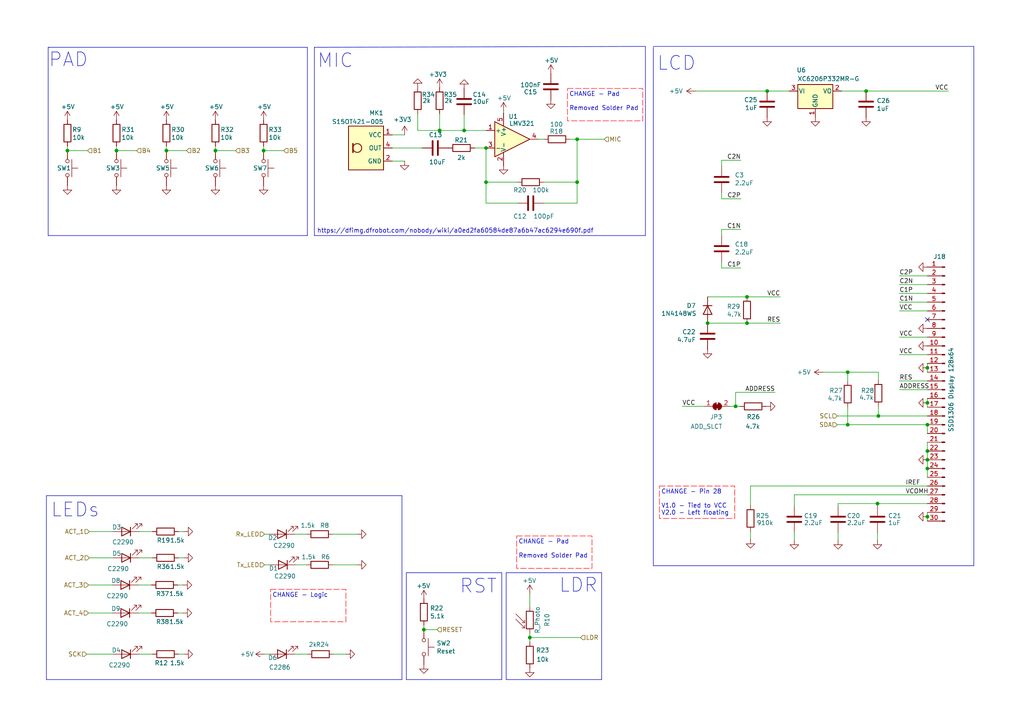
<source format=kicad_sch>
(kicad_sch (version 20231120) (generator "eeschema") (generator_version "8.0")
  (paper "A4")
  (title_block (title "Axiometa SPARK 2 - Peripherals") (date "2024-06-19") (rev "R2") (company "Axiometa"))
  (lib_symbols
    (symbol "Amplifier_Operational:LMV321" (pin_names (offset 0.127))
      (property "Reference" "U" (at 0 5.08 0))
      (property "Value" "LMV321" (at 0 -5.08 0))
      (symbol "LMV321_0_1"
        (polyline (pts (xy -5.08 5.08) (xy 5.08 0) (xy -5.08 -5.08) (xy -5.08 5.08)) (stroke (width 0.254)) (fill (type background)))
        (pin power_in line (at -2.54 -7.62 90) (length 3.81) (name "V-") (number "2"))
        (pin power_in line (at -2.54 7.62 270) (length 3.81) (name "V+") (number "5"))
      )
      (symbol "LMV321_1_1"
        (pin input line (at -7.62 2.54 0) (length 2.54) (name "+") (number "1"))
        (pin input line (at -7.62 -2.54 0) (length 2.54) (name "-") (number "3"))
        (pin output line (at 7.62 0 180) (length 2.54) (name "~") (number "4"))
      )
    )
    (symbol "Connector:Conn_01x30_Pin" (pin_names (offset 1.016) hide)
      (property "Reference" "J" (at 0 38.1 0))
      (property "Value" "Conn_01x30_Pin" (at 0 -40.64 0))
      (symbol "Conn_01x30_Pin_1_1"
        (polyline (pts (xy 1.27 -38.1) (xy 0.8636 -38.1)) (stroke (width 0.1524)))
        (polyline (pts (xy 1.27 -35.56) (xy 0.8636 -35.56)) (stroke (width 0.1524)))
        (polyline (pts (xy 1.27 -33.02) (xy 0.8636 -33.02)) (stroke (width 0.1524)))
        (polyline (pts (xy 1.27 -30.48) (xy 0.8636 -30.48)) (stroke (width 0.1524)))
        (polyline (pts (xy 1.27 -27.94) (xy 0.8636 -27.94)) (stroke (width 0.1524)))
        (polyline (pts (xy 1.27 -25.4) (xy 0.8636 -25.4)) (stroke (width 0.1524)))
        (polyline (pts (xy 1.27 -22.86) (xy 0.8636 -22.86)) (stroke (width 0.1524)))
        (polyline (pts (xy 1.27 -20.32) (xy 0.8636 -20.32)) (stroke (width 0.1524)))
        (polyline (pts (xy 1.27 -17.78) (xy 0.8636 -17.78)) (stroke (width 0.1524)))
        (polyline (pts (xy 1.27 -15.24) (xy 0.8636 -15.24)) (stroke (width 0.1524)))
        (polyline (pts (xy 1.27 -12.7) (xy 0.8636 -12.7)) (stroke (width 0.1524)))
        (polyline (pts (xy 1.27 -10.16) (xy 0.8636 -10.16)) (stroke (width 0.1524)))
        (polyline (pts (xy 1.27 -7.62) (xy 0.8636 -7.62)) (stroke (width 0.1524)))
        (polyline (pts (xy 1.27 -5.08) (xy 0.8636 -5.08)) (stroke (width 0.1524)))
        (polyline (pts (xy 1.27 -2.54) (xy 0.8636 -2.54)) (stroke (width 0.1524)))
        (polyline (pts (xy 1.27 0) (xy 0.8636 0)) (stroke (width 0.1524)))
        (polyline (pts (xy 1.27 2.54) (xy 0.8636 2.54)) (stroke (width 0.1524)))
        (polyline (pts (xy 1.27 5.08) (xy 0.8636 5.08)) (stroke (width 0.1524)))
        (polyline (pts (xy 1.27 7.62) (xy 0.8636 7.62)) (stroke (width 0.1524)))
        (polyline (pts (xy 1.27 10.16) (xy 0.8636 10.16)) (stroke (width 0.1524)))
        (polyline (pts (xy 1.27 12.7) (xy 0.8636 12.7)) (stroke (width 0.1524)))
        (polyline (pts (xy 1.27 15.24) (xy 0.8636 15.24)) (stroke (width 0.1524)))
        (polyline (pts (xy 1.27 17.78) (xy 0.8636 17.78)) (stroke (width 0.1524)))
        (polyline (pts (xy 1.27 20.32) (xy 0.8636 20.32)) (stroke (width 0.1524)))
        (polyline (pts (xy 1.27 22.86) (xy 0.8636 22.86)) (stroke (width 0.1524)))
        (polyline (pts (xy 1.27 25.4) (xy 0.8636 25.4)) (stroke (width 0.1524)))
        (polyline (pts (xy 1.27 27.94) (xy 0.8636 27.94)) (stroke (width 0.1524)))
        (polyline (pts (xy 1.27 30.48) (xy 0.8636 30.48)) (stroke (width 0.1524)))
        (polyline (pts (xy 1.27 33.02) (xy 0.8636 33.02)) (stroke (width 0.1524)))
        (polyline (pts (xy 1.27 35.56) (xy 0.8636 35.56)) (stroke (width 0.1524)))
        (rectangle (start 0.8636 -37.973) (end 0 -38.227) (stroke (width 0.1524)) (fill (type outline)))
        (rectangle (start 0.8636 -35.433) (end 0 -35.687) (stroke (width 0.1524)) (fill (type outline)))
        (rectangle (start 0.8636 -32.893) (end 0 -33.147) (stroke (width 0.1524)) (fill (type outline)))
        (rectangle (start 0.8636 -30.353) (end 0 -30.607) (stroke (width 0.1524)) (fill (type outline)))
        (rectangle (start 0.8636 -27.813) (end 0 -28.067) (stroke (width 0.1524)) (fill (type outline)))
        (rectangle (start 0.8636 -25.273) (end 0 -25.527) (stroke (width 0.1524)) (fill (type outline)))
        (rectangle (start 0.8636 -22.733) (end 0 -22.987) (stroke (width 0.1524)) (fill (type outline)))
        (rectangle (start 0.8636 -20.193) (end 0 -20.447) (stroke (width 0.1524)) (fill (type outline)))
        (rectangle (start 0.8636 -17.653) (end 0 -17.907) (stroke (width 0.1524)) (fill (type outline)))
        (rectangle (start 0.8636 -15.113) (end 0 -15.367) (stroke (width 0.1524)) (fill (type outline)))
        (rectangle (start 0.8636 -12.573) (end 0 -12.827) (stroke (width 0.1524)) (fill (type outline)))
        (rectangle (start 0.8636 -10.033) (end 0 -10.287) (stroke (width 0.1524)) (fill (type outline)))
        (rectangle (start 0.8636 -7.493) (end 0 -7.747) (stroke (width 0.1524)) (fill (type outline)))
        (rectangle (start 0.8636 -4.953) (end 0 -5.207) (stroke (width 0.1524)) (fill (type outline)))
        (rectangle (start 0.8636 -2.413) (end 0 -2.667) (stroke (width 0.1524)) (fill (type outline)))
        (rectangle (start 0.8636 0.127) (end 0 -0.127) (stroke (width 0.1524)) (fill (type outline)))
        (rectangle (start 0.8636 2.667) (end 0 2.413) (stroke (width 0.1524)) (fill (type outline)))
        (rectangle (start 0.8636 5.207) (end 0 4.953) (stroke (width 0.1524)) (fill (type outline)))
        (rectangle (start 0.8636 7.747) (end 0 7.493) (stroke (width 0.1524)) (fill (type outline)))
        (rectangle (start 0.8636 10.287) (end 0 10.033) (stroke (width 0.1524)) (fill (type outline)))
        (rectangle (start 0.8636 12.827) (end 0 12.573) (stroke (width 0.1524)) (fill (type outline)))
        (rectangle (start 0.8636 15.367) (end 0 15.113) (stroke (width 0.1524)) (fill (type outline)))
        (rectangle (start 0.8636 17.907) (end 0 17.653) (stroke (width 0.1524)) (fill (type outline)))
        (rectangle (start 0.8636 20.447) (end 0 20.193) (stroke (width 0.1524)) (fill (type outline)))
        (rectangle (start 0.8636 22.987) (end 0 22.733) (stroke (width 0.1524)) (fill (type outline)))
        (rectangle (start 0.8636 25.527) (end 0 25.273) (stroke (width 0.1524)) (fill (type outline)))
        (rectangle (start 0.8636 28.067) (end 0 27.813) (stroke (width 0.1524)) (fill (type outline)))
        (rectangle (start 0.8636 30.607) (end 0 30.353) (stroke (width 0.1524)) (fill (type outline)))
        (rectangle (start 0.8636 33.147) (end 0 32.893) (stroke (width 0.1524)) (fill (type outline)))
        (rectangle (start 0.8636 35.687) (end 0 35.433) (stroke (width 0.1524)) (fill (type outline)))
        (pin passive line (at 5.08 35.56 180) (length 3.81) (name "Pin_1") (number "1"))
        (pin passive line (at 5.08 12.7 180) (length 3.81) (name "Pin_10") (number "10"))
        (pin passive line (at 5.08 10.16 180) (length 3.81) (name "Pin_11") (number "11"))
        (pin passive line (at 5.08 7.62 180) (length 3.81) (name "Pin_12") (number "12"))
        (pin passive line (at 5.08 5.08 180) (length 3.81) (name "Pin_13") (number "13"))
        (pin passive line (at 5.08 2.54 180) (length 3.81) (name "Pin_14") (number "14"))
        (pin passive line (at 5.08 0 180) (length 3.81) (name "Pin_15") (number "15"))
        (pin passive line (at 5.08 -2.54 180) (length 3.81) (name "Pin_16") (number "16"))
        (pin passive line (at 5.08 -5.08 180) (length 3.81) (name "Pin_17") (number "17"))
        (pin passive line (at 5.08 -7.62 180) (length 3.81) (name "Pin_18") (number "18"))
        (pin passive line (at 5.08 -10.16 180) (length 3.81) (name "Pin_19") (number "19"))
        (pin passive line (at 5.08 33.02 180) (length 3.81) (name "Pin_2") (number "2"))
        (pin passive line (at 5.08 -12.7 180) (length 3.81) (name "Pin_20") (number "20"))
        (pin passive line (at 5.08 -15.24 180) (length 3.81) (name "Pin_21") (number "21"))
        (pin passive line (at 5.08 -17.78 180) (length 3.81) (name "Pin_22") (number "22"))
        (pin passive line (at 5.08 -20.32 180) (length 3.81) (name "Pin_23") (number "23"))
        (pin passive line (at 5.08 -22.86 180) (length 3.81) (name "Pin_24") (number "24"))
        (pin passive line (at 5.08 -25.4 180) (length 3.81) (name "Pin_25") (number "25"))
        (pin passive line (at 5.08 -27.94 180) (length 3.81) (name "Pin_26") (number "26"))
        (pin passive line (at 5.08 -30.48 180) (length 3.81) (name "Pin_27") (number "27"))
        (pin passive line (at 5.08 -33.02 180) (length 3.81) (name "Pin_28") (number "28"))
        (pin passive line (at 5.08 -35.56 180) (length 3.81) (name "Pin_29") (number "29"))
        (pin passive line (at 5.08 30.48 180) (length 3.81) (name "Pin_3") (number "3"))
        (pin passive line (at 5.08 -38.1 180) (length 3.81) (name "Pin_30") (number "30"))
        (pin passive line (at 5.08 27.94 180) (length 3.81) (name "Pin_4") (number "4"))
        (pin passive line (at 5.08 25.4 180) (length 3.81) (name "Pin_5") (number "5"))
        (pin passive line (at 5.08 22.86 180) (length 3.81) (name "Pin_6") (number "6"))
        (pin passive line (at 5.08 20.32 180) (length 3.81) (name "Pin_7") (number "7"))
        (pin passive line (at 5.08 17.78 180) (length 3.81) (name "Pin_8") (number "8"))
        (pin passive line (at 5.08 15.24 180) (length 3.81) (name "Pin_9") (number "9"))
      )
    )
    (symbol "Device:C" (pin_numbers hide) (pin_names (offset 0.254))
      (property "Reference" "C" (at 0.635 2.54 0))
      (property "Value" "C" (at 0.635 -2.54 0))
      (symbol "C_0_1"
        (polyline (pts (xy -2.032 -0.762) (xy 2.032 -0.762)) (stroke (width 0.508)))
        (polyline (pts (xy -2.032 0.762) (xy 2.032 0.762)) (stroke (width 0.508)))
      )
      (symbol "C_1_1"
        (pin passive line (at 0 3.81 270) (length 2.794) (name "~") (number "1"))
        (pin passive line (at 0 -3.81 90) (length 2.794) (name "~") (number "2"))
      )
    )
    (symbol "Device:LED" (pin_numbers hide) (pin_names (offset 1.016) hide)
      (property "Reference" "D" (at 0 2.54 0))
      (property "Value" "LED" (at 0 -2.54 0))
      (symbol "LED_0_1"
        (polyline (pts (xy -1.27 -1.27) (xy -1.27 1.27)) (stroke (width 0.254)))
        (polyline (pts (xy -1.27 0) (xy 1.27 0)))
        (polyline (pts (xy 1.27 -1.27) (xy 1.27 1.27) (xy -1.27 0) (xy 1.27 -1.27)) (stroke (width 0.254)))
        (polyline (pts (xy -3.048 -0.762) (xy -4.572 -2.286) (xy -3.81 -2.286) (xy -4.572 -2.286) (xy -4.572 -1.524)))
        (polyline (pts (xy -1.778 -0.762) (xy -3.302 -2.286) (xy -2.54 -2.286) (xy -3.302 -2.286) (xy -3.302 -1.524)))
      )
      (symbol "LED_1_1"
        (pin passive line (at -3.81 0 0) (length 2.54) (name "K") (number "1"))
        (pin passive line (at 3.81 0 180) (length 2.54) (name "A") (number "2"))
      )
    )
    (symbol "Device:R" (pin_numbers hide) (pin_names (offset 0))
      (property "Reference" "R" (at 2.032 0 90))
      (property "Value" "R" (at 0 0 90))
      (symbol "R_0_1"
        (rectangle (start -1.016 -2.54) (end 1.016 2.54) (stroke (width 0.254)))
      )
      (symbol "R_1_1"
        (pin passive line (at 0 3.81 270) (length 1.27) (name "~") (number "1"))
        (pin passive line (at 0 -3.81 90) (length 1.27) (name "~") (number "2"))
      )
    )
    (symbol "Device:R_Photo" (pin_numbers hide) (pin_names (offset 0))
      (property "Reference" "R" (at 1.27 1.27 0))
      (property "Value" "R_Photo" (at 1.27 0 0))
      (symbol "R_Photo_0_1"
        (rectangle (start -1.016 2.54) (end 1.016 -2.54) (stroke (width 0.254)))
        (polyline (pts (xy -1.524 -2.286) (xy -4.064 0.254)))
        (polyline (pts (xy -1.524 -2.286) (xy -2.286 -2.286)))
        (polyline (pts (xy -1.524 -2.286) (xy -1.524 -1.524)))
        (polyline (pts (xy -1.524 -0.762) (xy -4.064 1.778)))
        (polyline (pts (xy -1.524 -0.762) (xy -2.286 -0.762)))
        (polyline (pts (xy -1.524 -0.762) (xy -1.524 0)))
      )
      (symbol "R_Photo_1_1"
        (pin passive line (at 0 3.81 270) (length 1.27) (name "~") (number "1"))
        (pin passive line (at 0 -3.81 90) (length 1.27) (name "~") (number "2"))
      )
    )
    (symbol "Diode:1N4148WS" (pin_numbers hide) (pin_names hide)
      (property "Reference" "D" (at 0 2.54 0))
      (property "Value" "1N4148WS" (at 0 -2.54 0))
      (symbol "1N4148WS_0_1"
        (polyline (pts (xy -1.27 1.27) (xy -1.27 -1.27)) (stroke (width 0.254)))
        (polyline (pts (xy 1.27 0) (xy -1.27 0)))
        (polyline (pts (xy 1.27 1.27) (xy 1.27 -1.27) (xy -1.27 0) (xy 1.27 1.27)) (stroke (width 0.254)))
      )
      (symbol "1N4148WS_1_1"
        (pin passive line (at -3.81 0 0) (length 2.54) (name "K") (number "1"))
        (pin passive line (at 3.81 0 180) (length 2.54) (name "A") (number "2"))
      )
    )
    (symbol "GND_1" (power) (pin_numbers hide) (pin_names (offset 0) hide)
      (property "Value" "GND" (at 0 -3.81 0))
      (symbol "GND_1_0_1"
        (polyline (pts (xy 0 0) (xy 0 -1.27) (xy 1.27 -1.27) (xy 0 -2.54) (xy -1.27 -1.27) (xy 0 -1.27)))
      )
      (symbol "GND_1_1_1"
        (pin power_in line (at 0 0 270) (length 0) (name "~") (number "1"))
      )
    )
    (symbol "GND_2" (power) (pin_numbers hide) (pin_names (offset 0) hide)
      (property "Value" "GND" (at 0 -3.81 0))
      (symbol "GND_2_0_1"
        (polyline (pts (xy 0 0) (xy 0 -1.27) (xy 1.27 -1.27) (xy 0 -2.54) (xy -1.27 -1.27) (xy 0 -1.27)))
      )
      (symbol "GND_2_1_1"
        (pin power_in line (at 0 0 270) (length 0) (name "~") (number "1"))
      )
    )
    (symbol "Jumper:SolderJumper_2_Bridged" (pin_names (offset 0) hide)
      (property "Reference" "JP" (at 0 2.032 0))
      (property "Value" "SolderJumper_2_Bridged" (at 0 -2.54 0))
      (symbol "SolderJumper_2_Bridged_0_1"
        (rectangle (start -0.508 0.508) (end 0.508 -0.508) (fill (type outline)))
        (arc (start -0.254 1.016) (mid -1.2656 0) (end -0.254 -1.016))
        (arc (start -0.254 1.016) (mid -1.2656 0) (end -0.254 -1.016) (fill (type outline)))
        (polyline (pts (xy -0.254 1.016) (xy -0.254 -1.016)))
        (polyline (pts (xy 0.254 1.016) (xy 0.254 -1.016)))
        (arc (start 0.254 -1.016) (mid 1.2656 0) (end 0.254 1.016))
        (arc (start 0.254 -1.016) (mid 1.2656 0) (end 0.254 1.016) (fill (type outline)))
      )
      (symbol "SolderJumper_2_Bridged_1_1"
        (pin passive line (at -3.81 0 0) (length 2.54) (name "A") (number "1"))
        (pin passive line (at 3.81 0 180) (length 2.54) (name "B") (number "2"))
      )
    )
    (symbol "Regulator_Linear:XC6206PxxxMR" (pin_names (offset 0.254))
      (property "Reference" "U6" (at -4.064 6.096 0))
      (property "Value" "XC6206P332MR-G" (at 3.81 3.556 0))
      (symbol "XC6206PxxxMR_0_1"
        (rectangle (start -5.08 1.905) (end 5.08 -5.08) (stroke (width 0.254)) (fill (type background)))
      )
      (symbol "XC6206PxxxMR_1_1"
        (pin power_in line (at 0 -7.62 90) (length 2.54) (name "GND") (number "1"))
        (pin power_out line (at 7.62 0 180) (length 2.54) (name "VO") (number "2"))
        (pin power_in line (at -7.62 0 0) (length 2.54) (name "VI") (number "3"))
      )
    )
    (symbol "Sensor_Audio:IM73A135V01"
      (property "Reference" "MK1" (at -8.636 1.2701 0))
      (property "Value" "S15OT421-005" (at -8.636 -1.2699 0))
      (symbol "IM73A135V01_1_1"
        (rectangle (start -2.54 6.35) (end 7.62 -6.35) (stroke (width 0.254)) (fill (type background)))
        (polyline (pts (xy -1.27 1.27) (xy -1.27 -1.27)) (stroke (width 0.381)))
        (circle (center 0 0) (radius 1.27) (stroke (width 0.254)))
        (pin output line (at 10.16 3.81 180) (length 2.54) (name "VCC") (number "1"))
        (pin power_in line (at 10.16 -3.81 180) (length 2.54) (name "GND") (number "2"))
        (pin power_in line (at 10.16 -3.81 180) (length 2.54) hide (name "GND") (number "3"))
        (pin output line (at 10.16 0 180) (length 2.54) (name "OUT") (number "4"))
      )
    )
    (symbol "Switch:SW_Push" (pin_numbers hide) (pin_names (offset 1.016) hide)
      (property "Reference" "SW" (at 1.27 2.54 0))
      (property "Value" "SW_Push" (at 0 -1.524 0))
      (symbol "SW_Push_0_1"
        (circle (center -2.032 0) (radius 0.508))
        (polyline (pts (xy 0 1.27) (xy 0 3.048)))
        (polyline (pts (xy 2.54 1.27) (xy -2.54 1.27)))
        (circle (center 2.032 0) (radius 0.508))
        (pin passive line (at -5.08 0 0) (length 2.54) (name "1") (number "1"))
        (pin passive line (at 5.08 0 180) (length 2.54) (name "2") (number "2"))
      )
    )
    (symbol "power:+3.3V" (power) (pin_names (offset 0))
      (property "Value" "+3.3V" (at 0 3.556 0))
      (symbol "+3.3V_0_1"
        (polyline (pts (xy -0.762 1.27) (xy 0 2.54)))
        (polyline (pts (xy 0 0) (xy 0 2.54)))
        (polyline (pts (xy 0 2.54) (xy 0.762 1.27)))
      )
      (symbol "+3.3V_1_1"
        (pin power_in line (at 0 0 90) (length 0) hide (name "+3V3") (number "1"))
      )
    )
    (symbol "power:+5V" (power) (pin_names (offset 0))
      (property "Value" "+5V" (at 0 3.556 0))
      (symbol "+5V_0_1"
        (polyline (pts (xy -0.762 1.27) (xy 0 2.54)))
        (polyline (pts (xy 0 0) (xy 0 2.54)))
        (polyline (pts (xy 0 2.54) (xy 0.762 1.27)))
      )
      (symbol "+5V_1_1"
        (pin power_in line (at 0 0 90) (length 0) hide (name "+5V") (number "1"))
      )
    )
    (symbol "power:GND" (power) (pin_names (offset 0))
      (property "Value" "GND" (at 0 -3.81 0))
      (symbol "GND_0_1"
        (polyline (pts (xy 0 0) (xy 0 -1.27) (xy 1.27 -1.27) (xy 0 -2.54) (xy -1.27 -1.27) (xy 0 -1.27)))
      )
      (symbol "GND_1_1"
        (pin power_in line (at 0 0 270) (length 0) hide (name "GND") (number "1"))
      )
    )
  )
  (junction (at 268.986 116.84))
  (junction (at 268.986 123.19))
  (junction (at 254.762 120.65))
  (junction (at 33.782 43.688))
  (junction (at 245.872 107.95))
  (junction (at 134.62 37.846))
  (junction (at 268.986 149.86))
  (junction (at 127.508 37.846))
  (junction (at 205.232 93.726))
  (junction (at 245.872 123.19))
  (junction (at 167.386 40.386))
  (junction (at 222.504 26.416))
  (junction (at 140.97 42.926))
  (junction (at 268.986 133.35))
  (junction (at 76.454 43.688))
  (junction (at 268.986 130.81))
  (junction (at 216.662 86.106))
  (junction (at 153.67 184.912))
  (junction (at 62.484 43.688))
  (junction (at 251.206 26.416))
  (junction (at 216.662 93.726))
  (junction (at 167.386 52.832))
  (junction (at 268.986 135.89))
  (junction (at 140.97 52.832))
  (junction (at 48.26 43.688))
  (junction (at 268.986 106.68))
  (junction (at 122.936 182.626))
  (junction (at 254.508 146.05))
  (junction (at 19.558 43.688))
  (junction (at 213.36 117.856))
  (no_connect (at 268.986 92.71))
  (wire (pts (xy 268.986 85.09) (xy 260.858 85.09)))
  (wire (pts (xy 25.654 177.8) (xy 32.512 177.8)))
  (polyline (pts (xy 187.198 68.326) (xy 91.186 68.326)))
  (wire (pts (xy 153.67 186.182) (xy 153.67 184.912)))
  (wire (pts (xy 53.34 154.178) (xy 51.816 154.178)))
  (wire (pts (xy 201.676 26.416) (xy 222.504 26.416)))
  (wire (pts (xy 230.378 143.51) (xy 268.986 143.51)))
  (wire (pts (xy 127.508 33.02) (xy 127.508 37.846)))
  (wire (pts (xy 33.782 42.418) (xy 33.782 43.688)))
  (wire (pts (xy 242.824 123.19) (xy 245.872 123.19)))
  (wire (pts (xy 48.26 43.688) (xy 48.26 42.418)))
  (wire (pts (xy 226.314 93.726) (xy 216.662 93.726)))
  (wire (pts (xy 76.454 43.688) (xy 76.454 42.418)))
  (wire (pts (xy 134.62 37.846) (xy 140.97 37.846)))
  (wire (pts (xy 121.158 37.846) (xy 127.508 37.846)))
  (polyline (pts (xy 89.154 13.716) (xy 89.154 68.326)))
  (wire (pts (xy 243.078 146.05) (xy 254.508 146.05)))
  (wire (pts (xy 217.678 140.97) (xy 268.986 140.97)))
  (wire (pts (xy 43.942 177.8) (xy 40.132 177.8)))
  (wire (pts (xy 117.348 46.736) (xy 113.792 46.736)))
  (wire (pts (xy 230.378 156.718) (xy 230.378 154.432)))
  (wire (pts (xy 33.782 43.688) (xy 39.624 43.688)))
  (wire (pts (xy 209.296 57.658) (xy 209.296 55.88)))
  (wire (pts (xy 245.872 118.11) (xy 245.872 123.19)))
  (wire (pts (xy 254.762 107.95) (xy 245.872 107.95)))
  (wire (pts (xy 216.662 86.106) (xy 226.314 86.106)))
  (wire (pts (xy 268.986 130.81) (xy 268.986 133.35)))
  (wire (pts (xy 140.97 42.926) (xy 140.97 52.832)))
  (wire (pts (xy 209.296 66.548) (xy 209.296 68.326)))
  (wire (pts (xy 268.986 116.84) (xy 268.986 118.11)))
  (wire (pts (xy 53.086 177.8) (xy 51.562 177.8)))
  (wire (pts (xy 254.762 110.236) (xy 254.762 107.95)))
  (wire (pts (xy 76.708 189.738) (xy 77.978 189.738)))
  (wire (pts (xy 167.386 40.386) (xy 175.26 40.386)))
  (wire (pts (xy 146.05 32.258) (xy 146.05 32.766)))
  (wire (pts (xy 244.094 26.416) (xy 251.206 26.416)))
  (wire (pts (xy 76.454 43.688) (xy 82.296 43.688)))
  (wire (pts (xy 25.908 161.798) (xy 32.766 161.798)))
  (wire (pts (xy 245.872 107.95) (xy 238.76 107.95)))
  (polyline (pts (xy 189.484 13.462) (xy 282.448 13.462)))
  (wire (pts (xy 150.114 58.928) (xy 140.97 58.928)))
  (wire (pts (xy 121.158 33.02) (xy 121.158 37.846)))
  (wire (pts (xy 156.21 40.386) (xy 157.734 40.386)))
  (wire (pts (xy 44.196 161.798) (xy 40.386 161.798)))
  (polyline (pts (xy 116.586 197.104) (xy 13.462 197.104)))
  (wire (pts (xy 260.858 113.03) (xy 268.986 113.03)))
  (wire (pts (xy 85.852 163.83) (xy 88.9 163.83)))
  (wire (pts (xy 260.858 102.87) (xy 268.986 102.87)))
  (wire (pts (xy 254.508 156.718) (xy 254.508 154.432)))
  (wire (pts (xy 62.484 43.688) (xy 68.326 43.688)))
  (wire (pts (xy 245.872 123.19) (xy 268.986 123.19)))
  (wire (pts (xy 117.348 39.116) (xy 113.792 39.116)))
  (wire (pts (xy 260.858 90.17) (xy 268.986 90.17)))
  (wire (pts (xy 268.986 123.19) (xy 268.986 125.73)))
  (wire (pts (xy 268.986 135.89) (xy 268.986 138.43)))
  (wire (pts (xy 140.97 52.832) (xy 150.114 52.832)))
  (wire (pts (xy 254.762 120.65) (xy 254.762 117.856)))
  (polyline (pts (xy 117.856 166.116) (xy 145.542 166.116)))
  (wire (pts (xy 268.986 133.35) (xy 268.986 135.89)))
  (wire (pts (xy 157.734 58.928) (xy 167.386 58.928)))
  (wire (pts (xy 153.67 172.212) (xy 153.67 176.022)))
  (polyline (pts (xy 189.484 164.084) (xy 189.484 13.716)))
  (wire (pts (xy 211.836 117.856) (xy 213.36 117.856)))
  (wire (pts (xy 268.986 106.68) (xy 268.986 105.41)))
  (wire (pts (xy 25.654 169.672) (xy 32.512 169.672)))
  (wire (pts (xy 209.296 77.724) (xy 209.296 75.946)))
  (polyline (pts (xy 117.856 197.104) (xy 117.856 166.116)))
  (wire (pts (xy 260.858 82.55) (xy 268.986 82.55)))
  (wire (pts (xy 209.296 66.548) (xy 214.884 66.548)))
  (polyline (pts (xy 174.498 166.116) (xy 174.498 197.104)))
  (wire (pts (xy 209.296 57.658) (xy 214.884 57.658)))
  (wire (pts (xy 25.146 189.738) (xy 32.766 189.738)))
  (wire (pts (xy 76.708 163.83) (xy 78.232 163.83)))
  (polyline (pts (xy 146.812 197.104) (xy 146.812 166.116)))
  (wire (pts (xy 122.936 182.626) (xy 126.746 182.626)))
  (wire (pts (xy 243.078 146.812) (xy 243.078 146.05)))
  (wire (pts (xy 260.858 87.63) (xy 268.986 87.63)))
  (wire (pts (xy 268.986 80.01) (xy 260.858 80.01)))
  (wire (pts (xy 153.67 184.912) (xy 168.402 184.912)))
  (wire (pts (xy 243.078 156.718) (xy 243.078 154.432)))
  (wire (pts (xy 254.762 120.65) (xy 268.986 120.65)))
  (polyline (pts (xy 13.462 143.764) (xy 116.586 143.764)))
  (wire (pts (xy 77.978 154.94) (xy 76.708 154.94)))
  (wire (pts (xy 53.34 189.738) (xy 51.816 189.738)))
  (wire (pts (xy 254.508 146.05) (xy 268.986 146.05)))
  (polyline (pts (xy 13.462 197.104) (xy 13.462 143.764)))
  (wire (pts (xy 88.9 154.94) (xy 85.598 154.94)))
  (wire (pts (xy 217.678 156.464) (xy 217.678 154.178)))
  (wire (pts (xy 268.986 128.27) (xy 268.986 130.81)))
  (wire (pts (xy 205.232 86.106) (xy 216.662 86.106)))
  (polyline (pts (xy 116.586 143.764) (xy 116.586 197.104)))
  (wire (pts (xy 25.908 154.178) (xy 32.766 154.178)))
  (polyline (pts (xy 91.186 13.716) (xy 187.198 13.462)))
  (polyline (pts (xy 282.448 13.462) (xy 282.448 164.084)))
  (polyline (pts (xy 89.154 68.326) (xy 13.97 68.326)))
  (wire (pts (xy 48.26 43.688) (xy 54.102 43.688)))
  (wire (pts (xy 251.206 26.416) (xy 275.082 26.416)))
  (wire (pts (xy 165.354 40.386) (xy 167.386 40.386)))
  (wire (pts (xy 205.232 93.726) (xy 216.662 93.726)))
  (wire (pts (xy 242.824 120.65) (xy 254.762 120.65)))
  (polyline (pts (xy 145.542 197.104) (xy 117.856 197.104)))
  (wire (pts (xy 113.792 42.926) (xy 122.428 42.926)))
  (wire (pts (xy 209.296 46.482) (xy 209.296 48.26)))
  (wire (pts (xy 53.086 169.672) (xy 51.562 169.672)))
  (polyline (pts (xy 187.198 13.462) (xy 187.198 68.326)))
  (polyline (pts (xy 91.186 68.326) (xy 91.186 13.716)))
  (wire (pts (xy 167.386 52.832) (xy 167.386 58.928)))
  (polyline (pts (xy 146.812 166.116) (xy 174.498 166.116)))
  (wire (pts (xy 137.668 42.926) (xy 140.97 42.926)))
  (polyline (pts (xy 174.498 197.104) (xy 146.812 197.104)))
  (polyline (pts (xy 282.448 164.084) (xy 189.484 164.084)))
  (wire (pts (xy 100.33 189.738) (xy 96.774 189.738)))
  (wire (pts (xy 209.296 46.482) (xy 214.884 46.482)))
  (wire (pts (xy 222.504 26.416) (xy 228.854 26.416)))
  (wire (pts (xy 153.67 184.912) (xy 153.67 183.642)))
  (wire (pts (xy 260.858 110.49) (xy 268.986 110.49)))
  (wire (pts (xy 230.378 146.812) (xy 230.378 143.51)))
  (polyline (pts (xy 145.542 166.116) (xy 145.542 197.104)))
  (wire (pts (xy 268.986 106.68) (xy 268.986 107.95)))
  (wire (pts (xy 217.678 146.558) (xy 217.678 140.97)))
  (wire (pts (xy 134.62 33.274) (xy 134.62 37.846)))
  (wire (pts (xy 245.872 107.95) (xy 245.872 110.49)))
  (wire (pts (xy 260.858 97.79) (xy 268.986 97.79)))
  (wire (pts (xy 53.34 161.798) (xy 51.816 161.798)))
  (wire (pts (xy 268.986 148.59) (xy 268.986 149.86)))
  (wire (pts (xy 122.936 181.356) (xy 122.936 182.626)))
  (wire (pts (xy 268.986 116.84) (xy 268.986 115.57)))
  (wire (pts (xy 43.942 169.672) (xy 40.132 169.672)))
  (wire (pts (xy 213.36 113.792) (xy 224.79 113.792)))
  (wire (pts (xy 103.632 154.94) (xy 96.52 154.94)))
  (wire (pts (xy 44.196 189.738) (xy 40.386 189.738)))
  (polyline (pts (xy 13.97 13.716) (xy 89.154 13.716)))
  (wire (pts (xy 167.386 52.832) (xy 167.386 40.386)))
  (wire (pts (xy 157.734 52.832) (xy 167.386 52.832)))
  (wire (pts (xy 19.558 43.688) (xy 19.558 42.418)))
  (wire (pts (xy 254.508 146.05) (xy 254.508 146.812)))
  (wire (pts (xy 268.986 149.86) (xy 268.986 151.13)))
  (wire (pts (xy 85.598 189.738) (xy 89.154 189.738)))
  (wire (pts (xy 213.36 117.856) (xy 214.63 117.856)))
  (wire (pts (xy 127.508 37.846) (xy 134.62 37.846)))
  (polyline (pts (xy 13.97 68.326) (xy 13.97 13.716)))
  (wire (pts (xy 62.484 43.688) (xy 62.484 42.418)))
  (wire (pts (xy 96.52 163.83) (xy 103.632 163.83)))
  (wire (pts (xy 140.97 52.832) (xy 140.97 58.928)))
  (wire (pts (xy 209.296 77.724) (xy 214.884 77.724)))
  (wire (pts (xy 197.866 117.856) (xy 204.216 117.856)))
  (wire (pts (xy 19.558 43.688) (xy 25.4 43.688)))
  (wire (pts (xy 213.36 117.856) (xy 213.36 113.792)))
  (polyline (pts (xy 13.97 13.716) (xy 14.478 13.716)))
  (wire (pts (xy 44.196 154.178) (xy 40.386 154.178)))
  (rectangle (start 191.262 140.97) (end 213.106 150.368) (stroke (width 0) (type dash) (color 255 0 0 1)))
  (rectangle (start 78.486 170.942) (end 100.33 180.34) (stroke (width 0) (type dash) (color 255 0 0 1)))
  (rectangle (start 164.592 25.654) (end 186.436 35.052) (stroke (width 0) (type dash) (color 255 0 0 1)))
  (rectangle (start 149.86 155.448) (end 171.704 164.846) (stroke (width 0) (type dash) (color 255 0 0 1)))
  (text "PAD" (at 25.654 19.812 0) (effects (font (size 4 4)) (justify right bottom)))
  (text "CHANGE - Pad\n\nRemoved Solder Pad" (at 150.368 156.464 0) (effects (font (size 1.27 1.27)) (justify left top)))
  (text "RST" (at 144.272 172.466 0) (effects (font (size 4 4)) (justify right bottom)))
  (text "CHANGE - Logic " (at 78.994 171.958 0) (effects (font (size 1.27 1.27)) (justify left top)))
  (text "https://dfimg.dfrobot.com/nobody/wiki/a0ed2fa60584de87a6b47ac6294e690f.pdf" (at 132.08 67.056 0) (effects (font (size 1.27 1.27))))
  (text "CHANGE - Pad\n\nRemoved Solder Pad" (at 165.1 26.67 0) (effects (font (size 1.27 1.27)) (justify left top)))
  (text "LDR" (at 173.482 172.212 0) (effects (font (size 4 4)) (justify right bottom)))
  (text "LEDs" (at 28.956 150.368 0) (effects (font (size 4 4)) (justify right bottom)))
  (text "LCD" (at 201.93 20.828 0) (effects (font (size 4 4)) (justify right bottom)))
  (text "CHANGE - Pin 28\n\nV1.0 - Tied to VCC\nV2.0 - Left floating" (at 191.77 141.986 0) (effects (font (size 1.27 1.27)) (justify left top)))
  (text "MIC" (at 102.616 20.066 0) (effects (font (size 4 4)) (justify right bottom)))
  (label "C1N" (at 260.858 87.63 0))
  (label "C1P" (at 260.858 85.09 0))
  (label "C2N" (at 214.884 46.482 180))
  (label "VCC" (at 260.858 97.79 0))
  (label "VCC" (at 226.314 86.106 180))
  (label "VCC" (at 197.866 117.856 0))
  (label "C1P" (at 214.884 77.724 180))
  (label "RES" (at 260.858 110.49 0))
  (label "VCOMH" (at 262.636 143.51 0))
  (label "C1N" (at 214.884 66.548 180))
  (label "VCC" (at 275.082 26.416 180))
  (label "IREF" (at 262.636 140.97 0))
  (label "ADDRESS" (at 260.858 113.03 0))
  (label "C2P" (at 260.858 80.01 0))
  (label "RES" (at 226.314 93.726 180))
  (label "VCC" (at 260.858 90.17 0))
  (label "C2P" (at 214.884 57.658 180))
  (label "VCC" (at 260.858 102.87 0))
  (label "ADDRESS" (at 224.79 113.792 180))
  (label "C2N" (at 260.858 82.55 0))
  (hierarchical_label "Rx_LED" (shape input) (at 76.708 154.94 180))
  (hierarchical_label "B1" (shape input) (at 25.4 43.688 0))
  (hierarchical_label "B5" (shape input) (at 82.296 43.688 0))
  (hierarchical_label "Tx_LED" (shape input) (at 76.708 163.83 180))
  (hierarchical_label "ACT_3" (shape input) (at 25.654 169.672 180))
  (hierarchical_label "RESET" (shape input) (at 126.746 182.626 0))
  (hierarchical_label "SCK" (shape input) (at 25.146 189.738 180))
  (hierarchical_label "SDA" (shape input) (at 242.824 123.19 180))
  (hierarchical_label "ACT_1" (shape input) (at 25.908 154.178 180))
  (hierarchical_label "ACT_4" (shape input) (at 25.654 177.8 180))
  (hierarchical_label "B3" (shape input) (at 68.326 43.688 0))
  (hierarchical_label "SCL" (shape input) (at 242.824 120.65 180))
  (hierarchical_label "B4" (shape input) (at 39.624 43.688 0))
  (hierarchical_label "MIC" (shape input) (at 175.26 40.386 0))
  (hierarchical_label "LDR" (shape input) (at 168.402 184.912 0))
  (hierarchical_label "B2" (shape input) (at 54.102 43.688 0))
  (hierarchical_label "ACT_2" (shape input) (at 25.908 161.798 180))
  (symbol (lib_id "power:GND") (at 100.33 189.738 90) (unit 1)
    (property "Reference" "#PWR0181" (effects (hide yes)))
    (property "Value" "GND" (effects (hide yes)))
  )
  (symbol (lib_id "Device:R") (at 48.006 154.178 90) (unit 1)
    (property "Reference" "R19" (at 45.466 156.718 90) (effects (justify right)))
    (property "Value" "1.5k" (at 49.276 156.718 90) (effects (justify right)))
    (property "Footprint" "Resistor_SMD:R_0402_1005Metric" (effects (hide yes)))
  )
  (symbol (lib_id "power:GND") (at 122.936 192.786 0) (unit 1)
    (property "Reference" "#PWR0174" (effects (hide yes)))
    (property "Value" "GND" (effects (hide yes)))
  )
  (symbol (lib_id "Device:R") (at 153.67 189.992 180) (unit 1)
    (property "Reference" "R23" (at 155.448 188.595 0) (effects (justify right)))
    (property "Value" "10k" (at 155.575 191.262 0) (effects (justify right)))
    (property "Footprint" "Resistor_SMD:R_0402_1005Metric" (effects (hide yes)))
  )
  (symbol (lib_id "Device:R") (at 218.44 117.856 270) (unit 1)
    (property "Reference" "R26" (at 220.472 120.904 90) (effects (justify right)))
    (property "Value" "4.7k" (at 220.472 123.698 90) (effects (justify right)))
    (property "Footprint" "Resistor_SMD:R_0402_1005Metric" (effects (hide yes)))
  )
  (symbol (lib_id "Amplifier_Operational:LMV321") (at 148.59 40.386 0) (unit 1)
    (property "Reference" "U1" (at 148.844 33.782 0))
    (property "Value" "LMV321" (at 151.384 35.814 0))
    (property "Footprint" "Package_TO_SOT_SMD:SOT-23-5_HandSoldering" (effects (hide yes)))
    (property "Datasheet" "http://www.ti.com/lit/ds/symlink/lmv324.pdf" (effects (hide yes)))
    (property "Description" "Low-Voltage Rail-to-Rail Output Operational Amplifiers, SOT-23-5/SC-70-5" (effects (hide yes)))
  )
  (symbol (lib_id "Device:C") (at 251.206 30.226 0) (unit 1)
    (property "Reference" "C26" (at 254.2541 29.1976 0) (effects (justify left)))
    (property "Value" "1uF" (at 254.254 31.496 0) (effects (justify left)))
    (property "Footprint" "Capacitor_SMD:C_0402_1005Metric" (effects (hide yes)))
  )
  (symbol (lib_id "power:GND") (at 33.782 53.848 0) (unit 1)
    (property "Reference" "#PWR025" (effects (hide yes)))
    (property "Value" "GND" (effects (hide yes)))
  )
  (symbol (lib_id "power:+5V") (at 33.782 34.798 0) (unit 1)
    (property "Reference" "#PWR024" (effects (hide yes)))
    (property "Value" "+5V" (at 31.877 30.988 0) (effects (justify left)))
  )
  (symbol (lib_id "Device:LED") (at 81.788 154.94 180) (unit 1)
    (property "Reference" "D2" (at 77.724 155.956 0) (effects (justify right)))
    (property "Value" "C2290" (at 79.248 158.242 0) (effects (justify right)))
    (property "Footprint" "LED_SMD:LED_0603_1608Metric" (effects (hide yes)))
  )
  (symbol (lib_id "power:GND") (at 76.454 53.848 0) (unit 1)
    (property "Reference" "#PWR031" (effects (hide yes)))
    (property "Value" "GND" (effects (hide yes)))
  )
  (symbol (lib_id "Device:C") (at 205.232 97.536 0) (mirror x) (unit 1)
    (property "Reference" "C22" (at 197.866 96.266 0) (effects (justify left)))
    (property "Value" "4.7uF" (at 196.342 98.552 0) (effects (justify left)))
    (property "Footprint" "Capacitor_SMD:C_0402_1005Metric" (effects (hide yes)))
  )
  (symbol (lib_id "Device:C") (at 254.508 150.622 0) (mirror x) (unit 1)
    (property "Reference" "C21" (at 257.556 149.606 0) (effects (justify left)))
    (property "Value" "1uF" (at 257.556 151.638 0) (effects (justify left)))
    (property "Footprint" "Capacitor_SMD:C_0402_1005Metric" (effects (hide yes)))
  )
  (symbol (lib_id "Device:R") (at 48.006 189.738 90) (unit 1)
    (property "Reference" "R12" (at 44.831 192.278 90) (effects (justify right)))
    (property "Value" "1.5k" (at 49.276 192.278 90) (effects (justify right)))
    (property "Footprint" "Resistor_SMD:R_0402_1005Metric" (effects (hide yes)))
  )
  (symbol (lib_id "Device:C") (at 134.62 29.464 180) (unit 1)
    (property "Reference" "C14" (at 140.97 27.432 0) (effects (justify left)))
    (property "Value" "10uF" (at 141.986 29.464 0) (effects (justify left)))
    (property "Footprint" "Capacitor_SMD:C_0402_1005Metric" (effects (hide yes)))
  )
  (symbol (lib_id "power:GND") (at 153.67 193.802 0) (unit 1)
    (property "Reference" "#PWR0171" (effects (hide yes)))
    (property "Value" "GND" (effects (hide yes)))
  )
  (symbol (lib_id "power:GND") (at 53.34 189.738 90) (unit 1)
    (property "Reference" "#PWR03" (effects (hide yes)))
    (property "Value" "GND" (effects (hide yes)))
  )
  (symbol (lib_id "Device:R") (at 47.752 177.8 90) (unit 1)
    (property "Reference" "R38" (at 45.212 180.34 90) (effects (justify right)))
    (property "Value" "1.5k" (at 49.022 180.34 90) (effects (justify right)))
    (property "Footprint" "Resistor_SMD:R_0402_1005Metric" (effects (hide yes)))
  )
  (symbol (lib_name "GND_2") (lib_id "power:GND") (at 121.158 25.4 180) (unit 1)
    (property "Reference" "#PWR038" (effects (hide yes)))
    (property "Value" "GND" (effects (hide yes)))
    (property "Description" "Power symbol creates a global label with name \"GND\" , ground" (effects (hide yes)))
  )
  (symbol (lib_name "GND_1") (lib_id "power:GND") (at 268.986 133.35 270) (unit 1)
    (property "Reference" "#PWR05" (effects (hide yes)))
    (property "Value" "GND" (effects (hide yes)))
    (property "Description" "Power symbol creates a global label with name \"GND\" , ground" (effects (hide yes)))
  )
  (symbol (lib_id "Device:R") (at 161.544 40.386 270) (mirror x) (unit 1)
    (property "Reference" "R18" (at 163.322 38.1 90) (effects (justify right)))
    (property "Value" "100" (at 163.322 36.068 90) (effects (justify right)))
    (property "Footprint" "Resistor_SMD:R_0402_1005Metric" (effects (hide yes)))
  )
  (symbol (lib_id "power:GND") (at 62.484 53.848 0) (unit 1)
    (property "Reference" "#PWR029" (effects (hide yes)))
    (property "Value" "GND" (effects (hide yes)))
  )
  (symbol (lib_id "Device:R") (at 121.158 29.21 0) (mirror x) (unit 1)
    (property "Reference" "R34" (at 126.238 27.432 0) (effects (justify right)))
    (property "Value" "2k" (at 124.968 29.21 0) (effects (justify right)))
    (property "Footprint" "Resistor_SMD:R_0402_1005Metric" (effects (hide yes)))
  )
  (symbol (lib_id "Switch:SW_Push") (at 19.558 48.768 270) (unit 1)
    (property "Reference" "SW1" (at 16.51 48.768 90) (effects (justify left)))
    (property "Value" "User Button" (effects (hide yes)))
    (property "Footprint" "aFootprint:SPARK_BUTTON" (effects (hide yes)))
  )
  (symbol (lib_id "Device:C") (at 159.766 25.146 0) (unit 1)
    (property "Reference" "C15" (at 151.892 26.67 0) (effects (justify left)))
    (property "Value" "100nF" (at 150.876 24.638 0) (effects (justify left)))
    (property "Footprint" "Capacitor_SMD:C_0402_1005Metric" (effects (hide yes)))
  )
  (symbol (lib_id "Device:R") (at 122.936 177.546 180) (unit 1)
    (property "Reference" "R22" (at 124.7141 176.3966 0) (effects (justify right)))
    (property "Value" "5.1k" (at 124.7141 178.6953 0) (effects (justify right)))
    (property "Footprint" "Resistor_SMD:R_0402_1005Metric" (effects (hide yes)))
  )
  (symbol (lib_name "GND_2") (lib_id "power:GND") (at 159.766 28.956 0) (unit 1)
    (property "Reference" "#PWR041" (effects (hide yes)))
    (property "Value" "GND" (effects (hide yes)))
    (property "Description" "Power symbol creates a global label with name \"GND\" , ground" (effects (hide yes)))
  )
  (symbol (lib_id "Device:R") (at 48.006 161.798 90) (unit 1)
    (property "Reference" "R36" (at 45.466 164.338 90) (effects (justify right)))
    (property "Value" "1.5k" (at 49.276 164.338 90) (effects (justify right)))
    (property "Footprint" "Resistor_SMD:R_0402_1005Metric" (effects (hide yes)))
  )
  (symbol (lib_name "GND_1") (lib_id "power:GND") (at 251.206 34.036 0) (mirror y) (unit 1)
    (property "Reference" "#PWR020" (effects (hide yes)))
    (property "Value" "GND" (effects (hide yes)))
    (property "Description" "Power symbol creates a global label with name \"GND\" , ground" (effects (hide yes)))
  )
  (symbol (lib_id "Switch:SW_Push") (at 62.484 48.768 270) (unit 1)
    (property "Reference" "SW6" (at 59.436 48.768 90) (effects (justify left)))
    (property "Value" "User Button" (effects (hide yes)))
    (property "Footprint" "aFootprint:SPARK_BUTTON" (effects (hide yes)))
  )
  (symbol (lib_id "Device:R") (at 76.454 38.608 0) (mirror x) (unit 1)
    (property "Reference" "R33" (at 81.788 37.592 0) (effects (justify right)))
    (property "Value" "10k" (at 81.534 39.878 0) (effects (justify right)))
    (property "Footprint" "Resistor_SMD:R_0402_1005Metric" (effects (hide yes)))
  )
  (symbol (lib_id "Device:C") (at 126.238 42.926 90) (unit 1)
    (property "Reference" "C13" (at 128.27 39.116 90) (effects (justify left)))
    (property "Value" "10uF" (at 129.286 46.99 90) (effects (justify left)))
    (property "Footprint" "Capacitor_SMD:C_0402_1005Metric" (effects (hide yes)))
  )
  (symbol (lib_name "GND_1") (lib_id "power:GND") (at 268.986 77.47 270) (unit 1)
    (property "Reference" "#PWR04" (effects (hide yes)))
    (property "Value" "GND" (effects (hide yes)))
    (property "Description" "Power symbol creates a global label with name \"GND\" , ground" (effects (hide yes)))
  )
  (symbol (lib_id "power:+3.3V") (at 127.508 25.4 0) (unit 1)
    (property "Reference" "#PWR039" (effects (hide yes)))
    (property "Value" "+3V3" (at 127 21.59 0))
  )
  (symbol (lib_id "power:+5V") (at 76.454 34.798 0) (unit 1)
    (property "Reference" "#PWR030" (effects (hide yes)))
    (property "Value" "+5V" (at 74.549 30.988 0) (effects (justify left)))
  )
  (symbol (lib_id "Connector:Conn_01x30_Pin") (at 274.066 113.03 0) (mirror y) (unit 1)
    (property "Reference" "J18" (at 272.542 74.422 0))
    (property "Value" "SSD1306 Display 128x64" (at 275.844 113.03 90))
    (property "Footprint" "aFootprint:OLED_SPARK_R4" (effects (hide yes)))
    (property "Description" "Generic connector, single row, 01x30, script generated" (effects (hide yes)))
  )
  (symbol (lib_id "power:+5V") (at 153.67 172.212 0) (mirror y) (unit 1)
    (property "Reference" "#PWR023" (effects (hide yes)))
    (property "Value" "+5V" (at 155.575 168.402 0) (effects (justify left)))
  )
  (symbol (lib_name "GND_1") (lib_id "power:GND") (at 217.678 156.464 0) (unit 1)
    (property "Reference" "#PWR010" (effects (hide yes)))
    (property "Value" "GND" (effects (hide yes)))
    (property "Description" "Power symbol creates a global label with name \"GND\" , ground" (effects (hide yes)))
  )
  (symbol (lib_id "Device:R") (at 92.71 154.94 270) (unit 1)
    (property "Reference" "R8" (at 95.504 152.4 90) (effects (justify right)))
    (property "Value" "1.5k" (at 91.44 152.4 90) (effects (justify right)))
    (property "Footprint" "Resistor_SMD:R_0402_1005Metric" (effects (hide yes)))
  )
  (symbol (lib_id "Device:R") (at 254.762 114.046 180) (unit 1)
    (property "Reference" "R28" (at 249.682 113.284 0) (effects (justify right)))
    (property "Value" "4.7k" (at 249.174 115.316 0) (effects (justify right)))
    (property "Footprint" "Resistor_SMD:R_0402_1005Metric" (effects (hide yes)))
  )
  (symbol (lib_name "GND_1") (lib_id "power:GND") (at 268.986 116.84 270) (unit 1)
    (property "Reference" "#PWR09" (effects (hide yes)))
    (property "Value" "GND" (effects (hide yes)))
    (property "Description" "Power symbol creates a global label with name \"GND\" , ground" (effects (hide yes)))
  )
  (symbol (lib_id "Device:LED") (at 36.322 177.8 180) (unit 1)
    (property "Reference" "D9" (at 32.258 176.53 0) (effects (justify right)))
    (property "Value" "C2290" (at 30.861 180.975 0) (effects (justify right)))
    (property "Footprint" "LED_SMD:LED_0603_1608Metric" (effects (hide yes)))
  )
  (symbol (lib_id "power:+3.3V") (at 117.348 39.116 0) (unit 1)
    (property "Reference" "#PWR036" (effects (hide yes)))
    (property "Value" "+3V3" (at 116.713 34.671 0))
  )
  (symbol (lib_id "Device:R") (at 19.558 38.608 0) (mirror x) (unit 1)
    (property "Reference" "R9" (at 23.622 37.592 0) (effects (justify right)))
    (property "Value" "10k" (at 24.638 39.878 0) (effects (justify right)))
    (property "Footprint" "Resistor_SMD:R_0402_1005Metric" (effects (hide yes)))
  )
  (symbol (lib_id "Device:R") (at 62.484 38.608 0) (mirror x) (unit 1)
    (property "Reference" "R32" (at 67.818 37.592 0) (effects (justify right)))
    (property "Value" "10k" (at 67.564 39.878 0) (effects (justify right)))
    (property "Footprint" "Resistor_SMD:R_0402_1005Metric" (effects (hide yes)))
  )
  (symbol (lib_id "Device:R") (at 47.752 169.672 90) (unit 1)
    (property "Reference" "R37" (at 45.212 172.212 90) (effects (justify right)))
    (property "Value" "1.5k" (at 49.022 172.212 90) (effects (justify right)))
    (property "Footprint" "Resistor_SMD:R_0402_1005Metric" (effects (hide yes)))
  )
  (symbol (lib_name "GND_1") (lib_id "power:GND") (at 230.378 156.718 0) (unit 1)
    (property "Reference" "#PWR012" (effects (hide yes)))
    (property "Value" "GND" (effects (hide yes)))
    (property "Description" "Power symbol creates a global label with name \"GND\" , ground" (effects (hide yes)))
  )
  (symbol (lib_id "Sensor_Audio:IM73A135V01") (at 103.632 42.926 0) (unit 1)
    (property "Reference" "MK1" (at 111.252 32.766 0) (effects (justify right)))
    (property "Value" "S15OT421-005" (at 111.252 35.306 0) (effects (justify right)))
    (property "Footprint" "aFootprint:S15OT421" (effects (hide yes)))
    (property "Datasheet" "https://mm.digikey.com/Volume0/opasdata/d220001/medias/docus/5340/S15OT421-017.pdf" (effects (hide yes)))
  )
  (symbol (lib_id "Device:R") (at 33.782 38.608 0) (mirror x) (unit 1)
    (property "Reference" "R31" (at 39.116 37.592 0) (effects (justify right)))
    (property "Value" "10k" (at 38.862 39.878 0) (effects (justify right)))
    (property "Footprint" "Resistor_SMD:R_0402_1005Metric" (effects (hide yes)))
  )
  (symbol (lib_id "Switch:SW_Push") (at 33.782 48.768 270) (unit 1)
    (property "Reference" "SW3" (at 30.734 48.768 90) (effects (justify left)))
    (property "Value" "User Button" (effects (hide yes)))
    (property "Footprint" "aFootprint:SPARK_BUTTON" (effects (hide yes)))
  )
  (symbol (lib_id "Device:R") (at 153.924 52.832 90) (mirror x) (unit 1)
    (property "Reference" "R20" (at 148.844 55.118 90) (effects (justify right)))
    (property "Value" "100k" (at 154.432 55.118 90) (effects (justify right)))
    (property "Footprint" "Resistor_SMD:R_0402_1005Metric" (effects (hide yes)))
  )
  (symbol (lib_name "GND_1") (lib_id "power:GND") (at 243.078 156.718 0) (unit 1)
    (property "Reference" "#PWR013" (effects (hide yes)))
    (property "Value" "GND" (effects (hide yes)))
    (property "Description" "Power symbol creates a global label with name \"GND\" , ground" (effects (hide yes)))
  )
  (symbol (lib_id "power:+5V") (at 122.936 173.736 0) (mirror y) (unit 1)
    (property "Reference" "#PWR0175" (effects (hide yes)))
    (property "Value" "+5V" (at 124.841 169.926 0) (effects (justify left)))
  )
  (symbol (lib_id "power:GND") (at 19.558 53.848 0) (unit 1)
    (property "Reference" "#PWR0172" (effects (hide yes)))
    (property "Value" "GND" (effects (hide yes)))
  )
  (symbol (lib_id "Device:LED") (at 82.042 163.83 180) (unit 1)
    (property "Reference" "D1" (at 77.978 164.846 0) (effects (justify right)))
    (property "Value" "C2290" (at 79.502 167.132 0) (effects (justify right)))
    (property "Footprint" "LED_SMD:LED_0603_1608Metric" (effects (hide yes)))
  )
  (symbol (lib_id "Device:LED") (at 36.576 161.798 180) (unit 1)
    (property "Reference" "D5" (at 32.512 160.528 0) (effects (justify right)))
    (property "Value" "C2290" (at 31.115 164.973 0) (effects (justify right)))
    (property "Footprint" "LED_SMD:LED_0603_1608Metric" (effects (hide yes)))
  )
  (symbol (lib_id "Device:R") (at 133.858 42.926 90) (mirror x) (unit 1)
    (property "Reference" "R21" (at 131.826 40.64 90) (effects (justify right)))
    (property "Value" "2k" (at 132.588 45.72 90) (effects (justify right)))
    (property "Footprint" "Resistor_SMD:R_0402_1005Metric" (effects (hide yes)))
  )
  (symbol (lib_id "Regulator_Linear:XC6206PxxxMR") (at 236.474 26.416 0) (unit 1)
    (property "Reference" "U6" (at 232.41 20.32 0))
    (property "Value" "XC6206P332MR-G" (at 240.284 22.86 0))
    (property "Footprint" "Package_TO_SOT_SMD:SOT-23-3" (effects (hide yes)))
    (property "Datasheet" "https://www.torexsemi.com/file/xc6206/XC6206.pdf" (effects (hide yes)))
    (property "Description" "Positive 60-250mA Low Dropout Regulator, Fixed Output, SOT-23" (effects (hide yes)))
    (property "JLCPCB" "C5446" (effects (hide yes)))
  )
  (symbol (lib_id "power:GND") (at 103.632 154.94 90) (unit 1)
    (property "Reference" "#PWR056" (effects (hide yes)))
    (property "Value" "GND" (effects (hide yes)))
  )
  (symbol (lib_id "Device:LED") (at 36.322 169.672 180) (unit 1)
    (property "Reference" "D8" (at 32.258 168.402 0) (effects (justify right)))
    (property "Value" "C2290" (at 30.861 172.847 0) (effects (justify right)))
    (property "Footprint" "LED_SMD:LED_0603_1608Metric" (effects (hide yes)))
  )
  (symbol (lib_id "Device:C") (at 222.504 30.226 0) (mirror y) (unit 1)
    (property "Reference" "C25" (at 219.71 28.956 0) (effects (justify left)))
    (property "Value" "1uF" (at 219.7101 31.2544 0) (effects (justify left)))
    (property "Footprint" "Capacitor_SMD:C_0402_1005Metric" (effects (hide yes)))
  )
  (symbol (lib_id "Device:R") (at 216.662 89.916 180) (unit 1)
    (property "Reference" "R29" (at 210.82 88.9 0) (effects (justify right)))
    (property "Value" "4.7k" (at 210.82 91.186 0) (effects (justify right)))
    (property "Footprint" "Resistor_SMD:R_0402_1005Metric" (effects (hide yes)))
  )
  (symbol (lib_id "Device:R") (at 127.508 29.21 0) (mirror x) (unit 1)
    (property "Reference" "R35" (at 132.588 27.432 0) (effects (justify right)))
    (property "Value" "2k" (at 131.318 29.21 0) (effects (justify right)))
    (property "Footprint" "Resistor_SMD:R_0402_1005Metric" (effects (hide yes)))
  )
  (symbol (lib_id "Device:R") (at 245.872 114.3 180) (unit 1)
    (property "Reference" "R27" (at 240.538 113.284 0) (effects (justify right)))
    (property "Value" "4.7k" (at 240.03 115.57 0) (effects (justify right)))
    (property "Footprint" "Resistor_SMD:R_0402_1005Metric" (effects (hide yes)))
  )
  (symbol (lib_id "Device:C") (at 209.296 72.136 0) (unit 1)
    (property "Reference" "C18" (at 213.1061 70.8536 0) (effects (justify left)))
    (property "Value" "2.2uF" (at 213.106 73.152 0) (effects (justify left)))
    (property "Footprint" "Capacitor_SMD:C_0402_1005Metric" (effects (hide yes)))
  )
  (symbol (lib_name "GND_1") (lib_id "power:GND") (at 268.986 100.33 270) (unit 1)
    (property "Reference" "#PWR016" (effects (hide yes)))
    (property "Value" "GND" (effects (hide yes)))
    (property "Description" "Power symbol creates a global label with name \"GND\" , ground" (effects (hide yes)))
  )
  (symbol (lib_id "Device:C") (at 230.378 150.622 0) (mirror x) (unit 1)
    (property "Reference" "C19" (at 233.172 149.606 0) (effects (justify left)))
    (property "Value" "2.2uF" (at 233.172 151.638 0) (effects (justify left)))
    (property "Footprint" "Capacitor_SMD:C_0402_1005Metric" (effects (hide yes)))
  )
  (symbol (lib_id "Device:R_Photo") (at 153.67 179.832 0) (unit 1)
    (property "Reference" "R10" (at 158.6525 179.832 90))
    (property "Value" "R_Photo" (at 155.8774 179.832 90))
    (property "Footprint" "Connector_PinHeader_2.00mm:PinHeader_1x02_P2.00mm_Vertical" (effects (hide yes)))
  )
  (symbol (lib_id "power:+5V") (at 159.766 21.336 0) (unit 1)
    (property "Reference" "#PWR042" (effects (hide yes)))
    (property "Value" "+5V" (at 157.861 17.526 0) (effects (justify left)))
  )
  (symbol (lib_name "GND_1") (lib_id "power:GND") (at 222.504 34.036 0) (unit 1)
    (property "Reference" "#PWR019" (effects (hide yes)))
    (property "Value" "GND" (effects (hide yes)))
    (property "Description" "Power symbol creates a global label with name \"GND\" , ground" (effects (hide yes)))
  )
  (symbol (lib_id "power:GND") (at 48.26 53.848 0) (unit 1)
    (property "Reference" "#PWR027" (effects (hide yes)))
    (property "Value" "GND" (effects (hide yes)))
  )
  (symbol (lib_id "power:GND") (at 103.632 163.83 90) (unit 1)
    (property "Reference" "#PWR057" (effects (hide yes)))
    (property "Value" "GND" (effects (hide yes)))
  )
  (symbol (lib_id "Device:LED") (at 36.576 154.178 180) (unit 1)
    (property "Reference" "D3" (at 32.512 152.908 0) (effects (justify right)))
    (property "Value" "C2290" (at 32.512 157.226 0) (effects (justify right)))
    (property "Footprint" "LED_SMD:LED_0603_1608Metric" (effects (hide yes)))
  )
  (symbol (lib_id "Switch:SW_Push") (at 48.26 48.768 270) (unit 1)
    (property "Reference" "SW5" (at 45.212 48.768 90) (effects (justify left)))
    (property "Value" "User Button" (effects (hide yes)))
    (property "Footprint" "aFootprint:SPARK_BUTTON" (effects (hide yes)))
  )
  (symbol (lib_id "power:+5V") (at 76.708 189.738 90) (unit 1)
    (property "Reference" "#PWR0180" (effects (hide yes)))
    (property "Value" "+5V" (at 73.66 189.738 90) (effects (justify left)))
  )
  (symbol (lib_name "GND_2") (lib_id "power:GND") (at 117.348 46.736 0) (unit 1)
    (property "Reference" "#PWR037" (effects (hide yes)))
    (property "Value" "GND" (effects (hide yes)))
    (property "Description" "Power symbol creates a global label with name \"GND\" , ground" (effects (hide yes)))
  )
  (symbol (lib_id "power:+5V") (at 201.676 26.416 90) (unit 1)
    (property "Reference" "#PWR017" (effects (hide yes)))
    (property "Value" "+5V" (at 198.12 26.416 90) (effects (justify left)))
  )
  (symbol (lib_id "Switch:SW_Push") (at 122.936 187.706 270) (unit 1)
    (property "Reference" "SW2" (at 126.6191 186.5566 90) (effects (justify left)))
    (property "Value" "Reset" (at 126.6191 188.8553 90) (effects (justify left)))
    (property "Footprint" "aFootprint:SPARK_BUTTON" (effects (hide yes)))
  )
  (symbol (lib_id "Device:C") (at 209.296 52.07 0) (unit 1)
    (property "Reference" "C3" (at 213.1061 50.7876 0) (effects (justify left)))
    (property "Value" "2.2uF" (at 213.106 53.086 0) (effects (justify left)))
    (property "Footprint" "Capacitor_SMD:C_0402_1005Metric" (effects (hide yes)))
  )
  (symbol (lib_id "Device:LED") (at 81.788 189.738 180) (unit 1)
    (property "Reference" "D6" (at 77.724 190.754 0) (effects (justify right)))
    (property "Value" "C2286" (at 77.978 193.548 0) (effects (justify right)))
    (property "Footprint" "LED_SMD:LED_0603_1608Metric" (effects (hide yes)))
  )
  (symbol (lib_id "Device:R") (at 48.26 38.608 0) (mirror x) (unit 1)
    (property "Reference" "R30" (at 53.594 37.592 0) (effects (justify right)))
    (property "Value" "10k" (at 53.34 39.878 0) (effects (justify right)))
    (property "Footprint" "Resistor_SMD:R_0402_1005Metric" (effects (hide yes)))
  )
  (symbol (lib_id "Jumper:SolderJumper_2_Bridged") (at 208.026 117.856 0) (unit 1)
    (property "Reference" "JP3" (at 209.55 120.9229 0) (effects (justify right)))
    (property "Value" "ADD_SLCT" (at 209.55 123.698 0) (effects (justify right)))
    (property "Footprint" "Jumper:SolderJumper-2_P1.3mm_Open_TrianglePad1.0x1.5mm" (effects (hide yes)))
  )
  (symbol (lib_id "Device:R") (at 217.678 150.368 180) (unit 1)
    (property "Reference" "R25" (at 219.202 149.606 0) (effects (justify right)))
    (property "Value" "910k" (at 219.456 151.638 0) (effects (justify right)))
    (property "Footprint" "Resistor_SMD:R_0402_1005Metric" (effects (hide yes)))
  )
  (symbol (lib_id "power:GND") (at 53.34 154.178 90) (unit 1)
    (property "Reference" "#PWR047" (effects (hide yes)))
    (property "Value" "GND" (effects (hide yes)))
  )
  (symbol (lib_id "power:GND") (at 53.34 161.798 90) (unit 1)
    (property "Reference" "#PWR049" (effects (hide yes)))
    (property "Value" "GND" (effects (hide yes)))
  )
  (symbol (lib_name "GND_2") (lib_id "power:GND") (at 146.05 48.006 0) (unit 1)
    (property "Reference" "#PWR034" (effects (hide yes)))
    (property "Value" "GND" (effects (hide yes)))
    (property "Description" "Power symbol creates a global label with name \"GND\" , ground" (effects (hide yes)))
  )
  (symbol (lib_id "power:+5V") (at 48.26 34.798 0) (unit 1)
    (property "Reference" "#PWR026" (effects (hide yes)))
    (property "Value" "+5V" (at 46.355 30.988 0) (effects (justify left)))
  )
  (symbol (lib_name "GND_1") (lib_id "power:GND") (at 205.232 101.346 0) (unit 1)
    (property "Reference" "#PWR015" (effects (hide yes)))
    (property "Value" "GND" (effects (hide yes)))
    (property "Description" "Power symbol creates a global label with name \"GND\" , ground" (effects (hide yes)))
  )
  (symbol (lib_id "Device:C") (at 153.924 58.928 270) (unit 1)
    (property "Reference" "C12" (at 148.844 62.738 90) (effects (justify left)))
    (property "Value" "100pF" (at 154.686 62.738 90) (effects (justify left)))
    (property "Footprint" "Capacitor_SMD:C_0402_1005Metric" (effects (hide yes)))
  )
  (symbol (lib_name "GND_1") (lib_id "power:GND") (at 254.508 156.718 0) (unit 1)
    (property "Reference" "#PWR014" (effects (hide yes)))
    (property "Value" "GND" (effects (hide yes)))
    (property "Description" "Power symbol creates a global label with name \"GND\" , ground" (effects (hide yes)))
  )
  (symbol (lib_name "GND_1") (lib_id "power:GND") (at 268.986 149.86 270) (unit 1)
    (property "Reference" "#PWR06" (effects (hide yes)))
    (property "Value" "GND" (effects (hide yes)))
    (property "Description" "Power symbol creates a global label with name \"GND\" , ground" (effects (hide yes)))
  )
  (symbol (lib_name "GND_1") (lib_id "power:GND") (at 268.986 106.68 270) (unit 1)
    (property "Reference" "#PWR08" (effects (hide yes)))
    (property "Value" "GND" (effects (hide yes)))
    (property "Description" "Power symbol creates a global label with name \"GND\" , ground" (effects (hide yes)))
  )
  (symbol (lib_id "Device:R") (at 92.964 189.738 270) (unit 1)
    (property "Reference" "R24" (at 95.504 186.944 90) (effects (justify right)))
    (property "Value" "2k" (at 91.948 186.944 90) (effects (justify right)))
    (property "Footprint" "Resistor_SMD:R_0402_1005Metric" (effects (hide yes)))
  )
  (symbol (lib_id "power:+5V") (at 146.05 32.258 0) (unit 1)
    (property "Reference" "#PWR035" (effects (hide yes)))
    (property "Value" "+5V" (at 144.145 28.448 0) (effects (justify left)))
  )
  (symbol (lib_id "Device:R") (at 92.71 163.83 270) (unit 1)
    (property "Reference" "R6" (at 95.758 161.544 90) (effects (justify right)))
    (property "Value" "1.5k" (at 91.694 161.544 90) (effects (justify right)))
    (property "Footprint" "Resistor_SMD:R_0402_1005Metric" (effects (hide yes)))
  )
  (symbol (lib_id "Switch:SW_Push") (at 76.454 48.768 270) (unit 1)
    (property "Reference" "SW7" (at 73.406 48.768 90) (effects (justify left)))
    (property "Value" "User Button" (effects (hide yes)))
    (property "Footprint" "aFootprint:SPARK_BUTTON" (effects (hide yes)))
  )
  (symbol (lib_id "power:+5V") (at 62.484 34.798 0) (unit 1)
    (property "Reference" "#PWR028" (effects (hide yes)))
    (property "Value" "+5V" (at 60.579 30.988 0) (effects (justify left)))
  )
  (symbol (lib_id "power:GND") (at 53.086 169.672 90) (unit 1)
    (property "Reference" "#PWR054" (effects (hide yes)))
    (property "Value" "GND" (effects (hide yes)))
  )
  (symbol (lib_name "GND_1") (lib_id "power:GND") (at 268.986 95.25 270) (unit 1)
    (property "Reference" "#PWR07" (effects (hide yes)))
    (property "Value" "GND" (effects (hide yes)))
    (property "Description" "Power symbol creates a global label with name \"GND\" , ground" (effects (hide yes)))
  )
  (symbol (lib_id "Diode:1N4148WS") (at 205.232 89.916 270) (unit 1)
    (property "Reference" "D7" (at 199.136 88.646 90) (effects (justify left)))
    (property "Value" "1N4148WS" (at 191.77 90.932 90) (effects (justify left)))
    (property "Footprint" "Diode_SMD:D_SOD-323" (effects (hide yes)))
    (property "Datasheet" "https://www.vishay.com/docs/85751/1n4148ws.pdf" (effects (hide yes)))
    (property "Description" "75V 0.15A Fast switching Diode, SOD-323" (effects (hide yes)))
    (property "Sim.Device" "D" (effects (hide yes)))
    (property "Sim.Pins" "1=K 2=A" (effects (hide yes)))
  )
  (symbol (lib_name "GND_2") (lib_id "power:GND") (at 134.62 25.654 180) (unit 1)
    (property "Reference" "#PWR040" (effects (hide yes)))
    (property "Value" "GND" (effects (hide yes)))
    (property "Description" "Power symbol creates a global label with name \"GND\" , ground" (effects (hide yes)))
  )
  (symbol (lib_id "Device:C") (at 243.078 150.622 0) (mirror x) (unit 1)
    (property "Reference" "C20" (at 245.618 149.606 0) (effects (justify left)))
    (property "Value" "2.2uF" (at 245.618 151.638 0) (effects (justify left)))
    (property "Footprint" "Capacitor_SMD:C_0402_1005Metric" (effects (hide yes)))
  )
  (symbol (lib_name "GND_1") (lib_id "power:GND") (at 222.25 117.856 90) (unit 1)
    (property "Reference" "#PWR011" (effects (hide yes)))
    (property "Value" "GND" (effects (hide yes)))
    (property "Description" "Power symbol creates a global label with name \"GND\" , ground" (effects (hide yes)))
  )
  (symbol (lib_id "power:GND") (at 53.086 177.8 90) (unit 1)
    (property "Reference" "#PWR055" (effects (hide yes)))
    (property "Value" "GND" (effects (hide yes)))
  )
  (symbol (lib_id "Device:LED") (at 36.576 189.738 180) (unit 1)
    (property "Reference" "D4" (at 32.385 188.595 0) (effects (justify right)))
    (property "Value" "C2290" (at 31.496 192.913 0) (effects (justify right)))
    (property "Footprint" "LED_SMD:LED_0603_1608Metric" (effects (hide yes)))
  )
  (symbol (lib_name "GND_1") (lib_id "power:GND") (at 236.474 34.036 0) (unit 1)
    (property "Reference" "#PWR018" (effects (hide yes)))
    (property "Value" "GND" (effects (hide yes)))
    (property "Description" "Power symbol creates a global label with name \"GND\" , ground" (effects (hide yes)))
  )
  (symbol (lib_id "power:+5V") (at 238.76 107.95 90) (unit 1)
    (property "Reference" "#PWR021" (effects (hide yes)))
    (property "Value" "+5V" (at 235.204 107.95 90) (effects (justify left)))
  )
  (symbol (lib_id "power:+5V") (at 19.558 34.798 0) (unit 1)
    (property "Reference" "#PWR0173" (effects (hide yes)))
    (property "Value" "+5V" (at 17.653 30.988 0) (effects (justify left)))
  )
)
</source>
